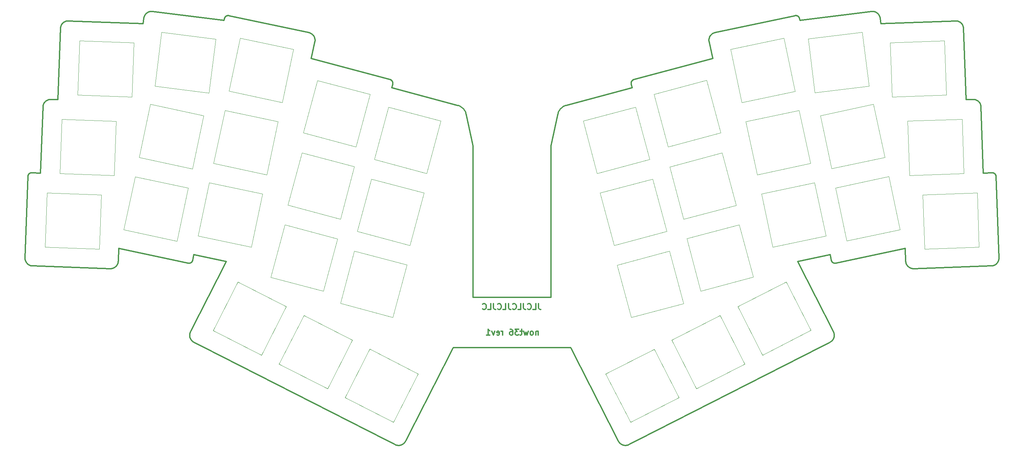
<source format=gbo>
%TF.GenerationSoftware,KiCad,Pcbnew,(6.0.6)*%
%TF.CreationDate,2022-07-30T19:54:07+09:00*%
%TF.ProjectId,nowt36_top_plate,6e6f7774-3336-45f7-946f-705f706c6174,rev?*%
%TF.SameCoordinates,Original*%
%TF.FileFunction,Legend,Bot*%
%TF.FilePolarity,Positive*%
%FSLAX46Y46*%
G04 Gerber Fmt 4.6, Leading zero omitted, Abs format (unit mm)*
G04 Created by KiCad (PCBNEW (6.0.6)) date 2022-07-30 19:54:07*
%MOMM*%
%LPD*%
G01*
G04 APERTURE LIST*
%TA.AperFunction,Profile*%
%ADD10C,0.349999*%
%TD*%
%ADD11C,0.300000*%
%TA.AperFunction,Profile*%
%ADD12C,0.120000*%
%TD*%
%ADD13C,0.350000*%
%ADD14C,2.200000*%
%ADD15C,4.300000*%
G04 APERTURE END LIST*
D10*
X231725116Y-33993476D02*
X231698161Y-33952779D01*
X34443311Y-98047982D02*
X34443311Y-98047982D01*
X231381600Y-33661253D02*
X231339574Y-33638053D01*
X282189087Y-74364459D02*
X282156413Y-74329296D01*
X56504308Y-96817078D02*
X56619009Y-93530003D01*
X74573737Y-97341395D02*
X74622764Y-97345614D01*
X32676057Y-96840127D02*
X32716838Y-96928823D01*
X43116816Y-34965076D02*
X43023111Y-34992477D01*
X281740706Y-97967544D02*
X281834611Y-97937295D01*
X278466334Y-56488066D02*
X278432453Y-56396511D01*
X33982693Y-74062248D02*
X33935715Y-74076345D01*
X282869975Y-97108798D02*
X282919131Y-97025888D01*
X277365101Y-55299160D02*
X277274570Y-55262777D01*
X106766270Y-38698897D02*
X106706475Y-38620279D01*
X63831356Y-32887059D02*
X63757163Y-32947929D01*
X106822347Y-38780734D02*
X106766270Y-38698897D01*
X281656130Y-74050443D02*
X281607395Y-74040969D01*
X33935715Y-74076345D02*
X33889713Y-74092659D01*
X231946127Y-34741396D02*
X231946127Y-34741396D01*
X106433034Y-38339988D02*
X106356841Y-38278964D01*
X62911741Y-35569906D02*
X43701223Y-34899060D01*
X33637830Y-74233739D02*
X33600478Y-74263886D01*
X43405264Y-34910611D02*
X43308058Y-34924081D01*
X42930907Y-35024397D02*
X42840368Y-35060775D01*
X273875105Y-36068436D02*
X273832491Y-35980669D01*
X278009069Y-55742852D02*
X277938207Y-55673415D01*
X63988054Y-32776246D02*
X63908366Y-32829795D01*
X281456763Y-74027190D02*
X281405294Y-74027680D01*
X188519844Y-51139539D02*
X188529052Y-51188061D01*
X126708547Y-50128505D02*
X126666448Y-50103697D01*
X56619009Y-93530003D02*
X74476041Y-97325631D01*
X239720296Y-95124176D02*
X240024496Y-96555397D01*
X185972710Y-143999883D02*
X186056876Y-144049890D01*
X84966117Y-33537519D02*
X84915641Y-33530739D01*
X33256028Y-74890189D02*
X33250399Y-74940802D01*
X170719309Y-57206315D02*
X170565305Y-57337723D01*
X260301739Y-98543597D02*
X260390446Y-98584370D01*
X75508086Y-96913882D02*
X75534728Y-96873017D01*
X55020000Y-98680000D02*
X55113695Y-98652592D01*
X240668953Y-115207669D02*
X240629723Y-115113666D01*
X129448191Y-144140040D02*
X129535397Y-144099693D01*
X188576253Y-50610808D02*
X188559390Y-50656882D01*
X274695547Y-55200585D02*
X274053976Y-36828042D01*
X240597126Y-116813485D02*
X240637489Y-116726282D01*
X105560796Y-37913728D02*
X85016721Y-33546943D01*
X74476041Y-97325631D02*
X74476041Y-97325631D01*
X41900691Y-35894960D02*
X41853815Y-35980598D01*
X188774969Y-52110541D02*
X188774969Y-52110541D01*
X208549603Y-39685414D02*
X208542973Y-39783850D01*
X74929389Y-116355782D02*
X74952859Y-116451727D01*
X55471812Y-98498393D02*
X55556345Y-98449012D01*
X277625036Y-55434430D02*
X277540500Y-55385049D01*
X33264127Y-74840400D02*
X33256028Y-74890189D01*
X278198471Y-55969138D02*
X278139274Y-55890875D01*
X64609077Y-32514634D02*
X64514567Y-32539110D01*
X210125768Y-37913732D02*
X210125768Y-37913732D01*
X32922664Y-97261958D02*
X32984486Y-97338998D01*
X64421755Y-32568067D02*
X64330780Y-32601396D01*
X147843305Y-67115948D02*
X147843305Y-67115948D01*
X106576314Y-38473096D02*
X106506241Y-38404732D01*
X37822416Y-55607543D02*
X37748197Y-55673382D01*
X209103006Y-38480330D02*
X209037901Y-38551176D01*
X32716838Y-96928823D02*
X32761951Y-97015521D01*
X231813019Y-34170613D02*
X231794179Y-34124273D01*
X259214603Y-97111531D02*
X259234834Y-97207557D01*
X282086254Y-74263867D02*
X282048899Y-74233723D01*
X75020234Y-115201363D02*
X74986706Y-115293890D01*
X85016721Y-33546943D02*
X84966117Y-33537519D01*
X185253851Y-143213601D02*
X185253851Y-143213601D01*
X240394349Y-117141396D02*
X240451133Y-117062891D01*
X142720945Y-119096680D02*
X142720945Y-119096680D01*
X84305051Y-33661269D02*
X84264198Y-33686436D01*
X34344278Y-98042069D02*
X34443311Y-98047982D01*
X147843305Y-106115944D02*
X147843305Y-106115944D01*
X170047664Y-57957488D02*
X169945318Y-58133381D01*
X186899990Y-144301336D02*
X186997631Y-144305597D01*
X126749340Y-50155308D02*
X126708547Y-50128505D01*
X209499166Y-44585329D02*
X209499166Y-44585329D01*
X260761932Y-98702889D02*
X260858137Y-98721064D01*
X240458013Y-97186203D02*
X240500272Y-97212181D01*
X241063880Y-97345664D02*
X241112908Y-97341443D01*
X106874301Y-38865247D02*
X106822347Y-38780734D01*
X42418483Y-35307352D02*
X42341431Y-35369170D01*
X106196076Y-38168478D02*
X106111798Y-38119217D01*
X278556355Y-56869174D02*
X278540822Y-56771987D01*
X252593904Y-34117494D02*
X252573860Y-34017623D01*
X230669912Y-33546938D02*
X230669912Y-33546938D01*
X281447393Y-98030465D02*
X281546976Y-98014259D01*
X273419149Y-35435104D02*
X273344940Y-35369264D01*
X105845134Y-37996567D02*
X105752124Y-37964397D01*
X259188309Y-96916141D02*
X259199070Y-97014338D01*
X241014848Y-97347465D02*
X241063880Y-97345664D01*
X129703879Y-144006491D02*
X129784817Y-143953746D01*
X145741252Y-58133401D02*
X145638908Y-57957507D01*
X240304188Y-97063181D02*
X240340130Y-97096580D01*
X106356841Y-38278964D02*
X106277806Y-38221761D01*
X277863993Y-55607574D02*
X277786948Y-55545754D01*
X126826720Y-50214684D02*
X126788754Y-50184053D01*
X240270005Y-97028143D02*
X240304188Y-97063181D01*
X261251302Y-98746087D02*
X281243398Y-98047928D01*
X74961140Y-97308301D02*
X75007745Y-97293614D01*
X208566450Y-40184637D02*
X208585302Y-40285848D01*
X188540701Y-51236277D02*
X188540701Y-51236277D01*
X128604809Y-144305663D02*
X128701693Y-144305475D01*
X126931227Y-50317363D02*
X126898027Y-50281394D01*
X56007408Y-98068055D02*
X56070564Y-97992573D01*
X43308058Y-34924081D02*
X43211853Y-34942256D01*
X64241783Y-32638988D02*
X64154902Y-32680734D01*
X105657296Y-37936750D02*
X105560796Y-37913728D01*
X147843305Y-106115944D02*
X147843305Y-67115948D01*
X209649953Y-38079244D02*
X209562723Y-38125339D01*
X127141779Y-50703593D02*
X127127230Y-50656857D01*
X169776558Y-58506696D02*
X169711133Y-58703086D01*
X273557057Y-35577078D02*
X273490010Y-35504539D01*
X208542973Y-39783850D02*
X208541246Y-39883140D01*
X239720296Y-95124176D02*
X239720296Y-95124176D01*
X42664954Y-35146655D02*
X42580410Y-35196033D01*
X283169122Y-96184089D02*
X283173297Y-96082316D01*
X273021467Y-35146743D02*
X272934771Y-35101633D01*
X188694254Y-50394287D02*
X188666456Y-50435108D01*
X107111527Y-39505547D02*
X107091413Y-39410079D01*
X33339398Y-74605947D02*
X33319924Y-74650703D01*
X282436390Y-74940764D02*
X282430757Y-74890150D01*
X56129758Y-97914312D02*
X56184918Y-97833431D01*
X281885824Y-74131696D02*
X281841966Y-74111130D01*
X240678879Y-97293671D02*
X240725487Y-97308357D01*
X75888060Y-117663564D02*
X75975309Y-117710778D01*
X37610280Y-55815357D02*
X37547117Y-55890838D01*
X144267714Y-56790298D02*
X144074401Y-56716275D01*
X127179872Y-50992995D02*
X127179439Y-50944132D01*
X189020171Y-50103722D02*
X188978071Y-50128530D01*
X209832636Y-37999600D02*
X209739956Y-38037282D01*
X277707241Y-55488019D02*
X277625036Y-55434430D01*
X281969962Y-74178879D02*
X281928511Y-74154299D01*
X208597940Y-39396712D02*
X208577183Y-39491696D01*
X240732900Y-116454836D02*
X240755963Y-116361639D01*
X84434342Y-33597765D02*
X84390198Y-33616885D01*
X55556345Y-98449012D02*
X55638547Y-98395424D01*
X37381692Y-56133323D02*
X37334818Y-56218960D01*
X250685329Y-32463729D02*
X250584432Y-32463303D01*
X41638224Y-36728999D02*
X41632307Y-36828038D01*
X189108014Y-50060309D02*
X189063509Y-50080964D01*
X33274631Y-74791496D02*
X33264127Y-74840400D01*
X38411871Y-55262770D02*
X38321335Y-55299149D01*
X128507695Y-144301115D02*
X128604809Y-144305663D01*
X63239321Y-33639988D02*
X63201005Y-33730903D01*
X188666456Y-50435108D02*
X188640600Y-50477438D01*
X240917126Y-97343872D02*
X240965901Y-97346863D01*
X55795293Y-98275870D02*
X55869505Y-98210030D01*
X130432806Y-143214081D02*
X142720945Y-119096680D01*
X231829643Y-34218243D02*
X231813019Y-34170613D01*
X277938207Y-55673415D02*
X277938207Y-55673415D01*
X282816987Y-97189107D02*
X282869975Y-97108798D01*
X282122114Y-74295745D02*
X282086254Y-74263867D01*
X75496284Y-117369682D02*
X75568326Y-117435717D01*
X54534847Y-98747087D02*
X54633548Y-98743204D01*
X63328466Y-33465804D02*
X63281854Y-33551585D01*
X187763215Y-144169087D02*
X187854317Y-144130907D01*
X250584432Y-32463303D02*
X250482679Y-32468015D01*
X83857010Y-34218245D02*
X83842674Y-34267115D01*
X169945318Y-58133381D02*
X169854784Y-58316622D01*
X279168050Y-74105774D02*
X278573034Y-57066399D01*
X32580330Y-96563709D02*
X32607741Y-96657404D01*
X130432806Y-143214081D02*
X130432806Y-143214081D01*
X260048273Y-98395527D02*
X260130487Y-98449113D01*
X37253911Y-56396476D02*
X37220026Y-56488032D01*
X252774862Y-35569906D02*
X252774862Y-35569906D01*
X126911642Y-52110541D02*
X127145910Y-51236250D01*
X74914215Y-115578310D02*
X74899463Y-115674807D01*
X282276708Y-74479020D02*
X282249300Y-74439382D01*
X189247823Y-50011504D02*
X189200241Y-50025525D01*
X129083545Y-144258454D02*
X129176742Y-144235407D01*
X63077596Y-34219328D02*
X63077596Y-34219328D01*
X75416598Y-97028099D02*
X75448971Y-96991496D01*
X143874708Y-56655278D02*
X143874708Y-56655278D01*
X231698161Y-33952779D02*
X231669364Y-33913615D01*
X283103198Y-96576868D02*
X283126820Y-96481081D01*
X240127245Y-96830910D02*
X240151876Y-96873052D01*
X186056876Y-144049890D02*
X186143593Y-144095818D01*
X75479483Y-96953399D02*
X75508086Y-96913882D01*
X74884160Y-115869274D02*
X74883637Y-115966891D01*
X63201005Y-33730903D02*
X63167047Y-33824220D01*
X208918429Y-38701535D02*
X208864257Y-38780752D01*
X84765730Y-33525786D02*
X84716513Y-33529102D01*
X282187671Y-97773397D02*
X282269689Y-97722346D01*
X107066653Y-39315652D02*
X107037279Y-39222441D01*
X282964335Y-96940506D02*
X283005464Y-96852784D01*
X186232725Y-144137552D02*
X186324139Y-144174977D01*
X33716762Y-74178889D02*
X33676613Y-74205387D01*
X33426940Y-97728616D02*
X33510280Y-97779665D01*
X75243139Y-117073292D02*
X75300941Y-117151957D01*
X63077596Y-34219328D02*
X62911741Y-35569906D01*
X157843305Y-119096680D02*
X172965673Y-119096680D01*
X74883637Y-115966891D02*
X74887884Y-116064526D01*
X240207120Y-96953439D02*
X240237633Y-96991538D01*
X145400758Y-57629829D02*
X145265938Y-57479077D01*
X208552888Y-40083682D02*
X208566450Y-40184637D01*
X240732104Y-115398364D02*
X240703062Y-115302625D01*
X64154902Y-32680734D02*
X64070280Y-32726523D01*
X188515176Y-50846923D02*
X188509990Y-50895429D01*
X187943807Y-144088082D02*
X187943807Y-144088082D01*
X56325449Y-97576691D02*
X56363732Y-97486950D01*
X75662107Y-96555382D02*
X75662107Y-96555382D01*
X240104675Y-96787568D02*
X240127245Y-96830910D01*
X42341431Y-35369170D02*
X42267210Y-35435010D01*
X273734571Y-35811698D02*
X273679411Y-35730819D01*
X75007745Y-97293614D02*
X75053655Y-97276637D01*
X209243474Y-38348056D02*
X209171563Y-38412574D01*
X83740491Y-34741396D02*
X83740491Y-34741396D01*
X32525830Y-96275287D02*
X32539312Y-96372485D01*
X37220026Y-56488032D02*
X37190618Y-56581239D01*
X281557878Y-74033895D02*
X281507646Y-74029281D01*
X240587836Y-97257443D02*
X240632967Y-97276694D01*
X84332952Y-96902565D02*
X75101255Y-115020791D01*
X32514234Y-95979348D02*
X32513229Y-96078552D01*
X167843313Y-67115948D02*
X167843313Y-106115944D01*
X127173548Y-51090773D02*
X127177912Y-51041905D01*
X74933682Y-115482541D02*
X74914215Y-115578310D01*
X259616196Y-97992676D02*
X259679361Y-98068160D01*
X188522721Y-50798727D02*
X188515176Y-50846923D01*
X37119228Y-56967342D02*
X37113309Y-57066378D01*
X42006918Y-35730734D02*
X41951750Y-35811618D01*
X240024496Y-96555397D02*
X240024496Y-96555397D01*
X37487915Y-55969101D02*
X37432749Y-56049983D01*
X74910746Y-116259149D02*
X74929389Y-116355782D01*
X240803244Y-115882889D02*
X240798709Y-115785770D01*
X240637489Y-116726282D02*
X240673608Y-116637327D01*
X189063509Y-50080964D02*
X189020171Y-50103722D01*
X127157558Y-51188034D02*
X127166767Y-51139512D01*
X240552576Y-116898767D02*
X240597126Y-116813485D01*
X276897448Y-55162433D02*
X276800249Y-55148956D01*
X75101255Y-115020791D02*
X75058422Y-115110271D01*
X129620683Y-144055159D02*
X129703879Y-144006491D01*
X75051563Y-116731783D02*
X75093281Y-116820918D01*
X241112908Y-97341443D02*
X241161846Y-97334786D01*
X277786948Y-55545754D02*
X277707241Y-55488019D01*
X127742773Y-144087632D02*
X127835645Y-144132047D01*
X64514567Y-32539110D02*
X64421755Y-32568067D01*
X126962697Y-50355004D02*
X126931227Y-50317363D01*
X128313452Y-144277590D02*
X128410520Y-144291776D01*
X33683686Y-97869143D02*
X33773429Y-97907424D01*
X42267210Y-35435010D02*
X42196341Y-35504446D01*
X208585302Y-40285848D02*
X209499166Y-44585329D01*
X282249300Y-74439382D02*
X282220071Y-74401175D01*
X251264865Y-32568057D02*
X251172052Y-32539100D01*
X41853815Y-35980598D02*
X41811196Y-36068372D01*
X239888834Y-117608739D02*
X239972240Y-117551964D01*
X33958188Y-97970704D02*
X34052882Y-97995555D01*
X64070280Y-32726523D02*
X63988054Y-32776246D01*
X83961541Y-33993484D02*
X83936503Y-34035663D01*
X129863327Y-143896978D02*
X129939241Y-143836241D01*
X32811335Y-97100053D02*
X32864927Y-97182254D01*
X41632307Y-36828038D02*
X40991056Y-55200585D01*
X33302595Y-74696587D02*
X33287475Y-74743538D01*
X75014153Y-116640367D02*
X75051563Y-116731783D01*
X32517115Y-96177254D02*
X32525830Y-96275287D01*
X282269689Y-97722346D02*
X282348967Y-97667524D01*
X231066985Y-33542881D02*
X231018844Y-33534808D01*
X42840368Y-35060775D02*
X42751662Y-35101549D01*
X281797003Y-74092661D02*
X281751000Y-74076349D01*
X127929639Y-144171287D02*
X128024586Y-144205407D01*
X126666448Y-50103697D02*
X126623111Y-50080938D01*
X259817281Y-98210137D02*
X259891505Y-98275977D01*
X240151876Y-96873052D02*
X240178518Y-96913919D01*
X127069755Y-50520973D02*
X127046026Y-50477414D01*
X84390198Y-33616885D02*
X84347076Y-33638069D01*
X54828776Y-98721012D02*
X54924972Y-98702828D01*
X32639671Y-96749599D02*
X32676057Y-96840127D01*
X74913927Y-97320680D02*
X74961140Y-97308301D01*
X272281243Y-34910644D02*
X272183212Y-34901932D01*
X186417699Y-144207978D02*
X186417699Y-144207978D01*
X75966322Y-95124176D02*
X75966322Y-95124176D01*
X41739021Y-36249677D02*
X41709613Y-36342887D01*
X274053976Y-36828042D02*
X274048056Y-36729012D01*
X231537241Y-33773243D02*
X231500350Y-33742464D01*
X74887884Y-116064526D02*
X74896916Y-116162005D01*
X33864984Y-97941302D02*
X33958188Y-97970704D01*
X271985311Y-34899058D02*
X271985311Y-34899058D01*
X240820440Y-97330793D02*
X240868610Y-97338510D01*
X33889713Y-74092659D02*
X33844752Y-74111131D01*
X145975427Y-58703107D02*
X145910005Y-58506717D01*
X272663354Y-34992544D02*
X272569661Y-34965136D01*
X231750154Y-34035656D02*
X231725116Y-33993476D01*
X276800249Y-55148956D02*
X276702215Y-55140246D01*
X41664522Y-36533611D02*
X41648987Y-36630802D01*
X128410520Y-144291776D02*
X128507695Y-144301115D01*
X37334818Y-56218960D02*
X37292200Y-56306731D01*
X84047857Y-33876042D02*
X84017293Y-33913625D01*
X273679411Y-35730819D02*
X273620215Y-35652558D01*
X208652905Y-39211242D02*
X208623213Y-39303178D01*
X282399297Y-74743501D02*
X282384174Y-74696550D01*
X187192678Y-144299818D02*
X187289731Y-144289807D01*
X63552889Y-33151083D02*
X63491367Y-33225284D01*
X240128083Y-117427751D02*
X240200410Y-117360649D01*
X185528846Y-143620652D02*
X185594871Y-143692709D01*
X189153614Y-50041811D02*
X189108014Y-50060309D01*
X128989272Y-144277040D02*
X129083545Y-144258454D01*
X240756135Y-115494717D02*
X240732104Y-115398364D01*
X126438802Y-50011477D02*
X126438802Y-50011477D01*
X240585317Y-115020783D02*
X240585317Y-115020783D01*
X63908366Y-32829795D02*
X63831356Y-32887059D01*
X84716513Y-33529102D02*
X84667797Y-33534821D01*
X106706475Y-38620279D02*
X106643107Y-38544978D01*
X240632967Y-97276694D02*
X240678879Y-97293671D01*
X170565305Y-57337723D02*
X170420644Y-57479061D01*
X186997631Y-144305597D02*
X187095252Y-144305086D01*
X167843313Y-106115944D02*
X167843313Y-106115944D01*
X272846076Y-35060855D02*
X272755548Y-35024471D01*
X32514234Y-95979348D02*
X32514234Y-95979348D01*
X37292200Y-56306731D02*
X37253911Y-56396476D01*
X259361272Y-97576773D02*
X259403892Y-97664547D01*
X185594871Y-143692709D02*
X185664257Y-143761379D01*
X107144883Y-39894345D02*
X107143674Y-39796456D01*
X240543576Y-97235933D02*
X240587836Y-97257443D01*
X65001286Y-32463734D02*
X64901388Y-32469190D01*
X83913456Y-34079277D02*
X83892475Y-34124277D01*
X171053373Y-56975351D02*
X170882163Y-57085352D01*
X240237633Y-96991538D02*
X240270005Y-97028143D01*
X282325805Y-74562345D02*
X282302232Y-74520028D01*
X240377782Y-97128265D02*
X240417093Y-97158164D01*
X147843305Y-67115948D02*
X146027555Y-58905297D01*
X261251302Y-98746087D02*
X261251302Y-98746087D01*
X260858137Y-98721064D02*
X260955343Y-98734534D01*
X107137690Y-39698910D02*
X107126964Y-39601882D01*
X56504308Y-96817078D02*
X56504308Y-96817078D01*
X43602012Y-34898039D02*
X43503304Y-34901910D01*
X188755391Y-50317388D02*
X188723922Y-50355029D01*
X259199070Y-97014338D02*
X259214603Y-97111531D01*
X282439489Y-74992142D02*
X282436390Y-74940764D01*
X187576886Y-144231452D02*
X187670679Y-144202607D01*
X63112766Y-34017625D02*
X63092722Y-34117494D01*
X278567117Y-56967365D02*
X278556355Y-56869174D01*
X240200410Y-117360649D02*
X240268932Y-117290444D01*
X38061386Y-55434407D02*
X37979177Y-55487993D01*
X273832491Y-35980669D02*
X273785622Y-35895036D01*
X54435644Y-98746079D02*
X54435644Y-98746079D01*
X107037279Y-39222441D02*
X107003325Y-39130621D01*
X42580410Y-35196033D02*
X42498198Y-35249619D01*
X239972240Y-117551964D02*
X240052009Y-117491579D01*
X37190618Y-56581239D02*
X37165761Y-56675935D01*
X130383746Y-143304587D02*
X130432806Y-143214081D01*
X252195258Y-33225274D02*
X252133736Y-33151073D01*
X107143674Y-39796456D02*
X107137690Y-39698910D01*
X39082951Y-55136397D02*
X38984246Y-55140271D01*
X171418885Y-56790297D02*
X171232445Y-56876827D01*
X252068835Y-33080040D02*
X252000697Y-33012285D01*
X252133736Y-33151073D02*
X252068835Y-33080040D01*
X259817281Y-98210137D02*
X259817281Y-98210137D01*
X65203933Y-32468017D02*
X65102181Y-32463306D01*
X276504308Y-55137377D02*
X276504308Y-55137377D01*
X105752124Y-37964397D02*
X105657296Y-37936750D01*
X126533009Y-50041785D02*
X126486383Y-50025498D01*
X83830701Y-34317178D02*
X83740491Y-34741396D01*
X84264198Y-33686436D02*
X84224591Y-33713522D01*
X208623213Y-39303178D02*
X208597940Y-39396712D01*
X83892475Y-34124277D02*
X83873635Y-34170616D01*
X171811895Y-56655283D02*
X171612200Y-56716277D01*
X188774969Y-52110541D02*
X171811895Y-56655283D01*
X34443311Y-98047982D02*
X54435644Y-98746079D01*
X240798709Y-115785770D02*
X240789383Y-115688589D01*
X240775210Y-115591515D02*
X240756135Y-115494717D01*
X33192310Y-97551109D02*
X33267793Y-97614264D01*
X240451133Y-117062891D02*
X240503893Y-116981959D01*
X74720738Y-97346810D02*
X74769511Y-97343819D01*
X56184918Y-97833431D02*
X56235968Y-97750093D01*
X33119768Y-97484066D02*
X33192310Y-97551109D01*
X186705361Y-144278445D02*
X186802508Y-144292290D01*
X231353658Y-96902565D02*
X239720296Y-95124176D01*
X260215031Y-98498491D02*
X260301739Y-98543597D01*
X75803622Y-117612317D02*
X75888060Y-117663564D01*
X65102181Y-32463306D02*
X65001286Y-32463734D01*
X252573860Y-34017623D02*
X252549038Y-33919828D01*
X208544519Y-39983134D02*
X208552888Y-40083682D01*
X259182394Y-96817101D02*
X259188309Y-96916141D01*
X283126820Y-96481081D02*
X283145762Y-96383602D01*
X231018844Y-33534808D02*
X230970126Y-33529090D01*
X33510280Y-97779665D02*
X33595916Y-97826532D01*
X188859896Y-50214709D02*
X188823449Y-50247174D01*
X240705431Y-116546789D02*
X240732900Y-116454836D01*
X252549038Y-33919828D02*
X252519578Y-33824216D01*
X34281416Y-74027649D02*
X34229947Y-74027163D01*
X84865368Y-33526556D02*
X84815373Y-33524921D01*
X145525246Y-57789478D02*
X145400758Y-57629829D01*
X33050329Y-97413208D02*
X33119768Y-97484066D01*
X127163895Y-50798701D02*
X127154005Y-50750904D01*
X41648987Y-36630802D02*
X41638224Y-36728999D01*
X75189184Y-116991807D02*
X75243139Y-117073292D01*
X56397611Y-97395397D02*
X56427015Y-97302194D01*
X33410042Y-74479050D02*
X33384522Y-74520060D01*
X75559359Y-96830878D02*
X75581930Y-96787538D01*
X283159903Y-96284561D02*
X283169122Y-96184089D01*
X231794179Y-34124273D02*
X231773200Y-34079271D01*
X34246088Y-98031311D02*
X34344278Y-98042069D01*
X209037901Y-38551176D02*
X208976343Y-38624960D01*
X259679361Y-98068160D02*
X259746414Y-98140700D01*
X282700001Y-97341402D02*
X282760288Y-97266685D01*
X188513064Y-51090800D02*
X188519844Y-51139539D01*
X74986706Y-115293890D02*
X74957850Y-115387675D01*
X281644787Y-97993241D02*
X281740706Y-97967544D01*
X83830701Y-34317178D02*
X83830701Y-34317178D01*
X75966322Y-95124176D02*
X84332952Y-96902565D01*
X185891231Y-143945914D02*
X185972710Y-143999883D01*
X126623111Y-50080938D02*
X126578608Y-50060283D01*
X230770994Y-33530731D02*
X230720517Y-33537512D01*
X251355841Y-32601386D02*
X251264865Y-32568057D01*
X55296418Y-98584281D02*
X55385114Y-98543503D01*
X252253263Y-33302535D02*
X252195258Y-33225274D01*
X128798177Y-144300605D02*
X128894093Y-144291108D01*
X43211853Y-34942256D02*
X43116816Y-34965076D01*
X281243398Y-98047928D02*
X281243398Y-98047928D01*
X281405294Y-74027680D02*
X279168050Y-74105774D01*
X75643640Y-117498258D02*
X75722110Y-117557170D01*
X278351555Y-56218996D02*
X278304685Y-56133360D01*
X231422454Y-33686421D02*
X231381600Y-33661253D01*
X170285822Y-57629812D02*
X170161330Y-57789459D01*
X281834611Y-97937295D02*
X281926382Y-97902627D01*
X39182157Y-55137415D02*
X39182157Y-55137415D01*
X251172052Y-32539100D02*
X251077542Y-32514625D01*
X188532612Y-50750930D02*
X188522721Y-50798727D01*
X251698569Y-32776235D02*
X251616343Y-32726511D01*
X278394168Y-56306767D02*
X278351555Y-56218996D01*
X106822347Y-38780734D02*
X106822347Y-38780734D01*
X63281854Y-33551585D02*
X63239321Y-33639988D01*
X37129992Y-56869148D02*
X37119228Y-56967342D01*
X84815373Y-33524921D02*
X84765730Y-33525786D01*
X167843313Y-67115948D02*
X167843313Y-67115948D01*
X188506740Y-50993021D02*
X188508700Y-51041931D01*
X277088676Y-55203443D02*
X276993646Y-55180616D01*
X75568326Y-117435717D02*
X75643640Y-117498258D01*
X170420644Y-57479061D02*
X170285822Y-57629812D01*
X84525402Y-33565911D02*
X84479435Y-33580758D01*
X277540500Y-55385049D02*
X277453800Y-55339938D01*
X208686918Y-39121053D02*
X208652905Y-39211242D01*
X34281416Y-74027649D02*
X34281416Y-74027649D01*
X240500272Y-97212181D02*
X240543576Y-97235933D01*
X33530324Y-74329319D02*
X33497653Y-74364485D01*
X281751000Y-74076349D02*
X281704020Y-74062257D01*
X33676613Y-74205387D02*
X33637830Y-74233739D01*
X260390446Y-98584370D02*
X260480985Y-98620748D01*
X33360952Y-74562379D02*
X33339398Y-74605947D01*
X251855268Y-32887047D02*
X251778257Y-32829783D01*
X209396971Y-38229327D02*
X209318642Y-38286924D01*
X251616343Y-32726511D02*
X251531720Y-32680722D01*
X129176742Y-144235407D02*
X129268695Y-144207952D01*
X146027555Y-58905297D02*
X146027555Y-58905297D01*
X126788754Y-50184053D02*
X126749340Y-50155308D01*
X276702215Y-55140246D02*
X276603513Y-55136366D01*
X260130487Y-98449113D02*
X260215031Y-98498491D01*
X281704020Y-74062257D02*
X281656130Y-74050443D01*
X279168050Y-74105774D02*
X279168050Y-74105774D01*
X188595417Y-50565484D02*
X188576253Y-50610808D01*
X127110368Y-50610783D02*
X127091206Y-50565459D01*
X230669912Y-33546938D02*
X210125768Y-37913732D01*
X231353658Y-96902565D02*
X231353658Y-96902565D01*
X208577183Y-39491696D02*
X208561038Y-39587979D01*
X209562723Y-38125339D02*
X209478363Y-38175416D01*
X106506241Y-38404732D02*
X106433034Y-38339988D01*
X273785622Y-35895036D02*
X273734571Y-35811698D01*
X282156413Y-74329296D02*
X282122114Y-74295745D01*
X272474634Y-34942308D02*
X272378439Y-34924124D01*
X230871264Y-33524911D02*
X230821268Y-33526547D01*
X74818025Y-97338456D02*
X74866192Y-97330738D01*
X56498391Y-96916110D02*
X56504308Y-96817078D01*
X33497653Y-74364485D02*
X33466672Y-74401202D01*
X278432453Y-56396511D02*
X278394168Y-56306767D01*
X144967280Y-57206327D02*
X144804429Y-57085361D01*
X240798157Y-116076265D02*
X240803041Y-115979777D01*
X240585317Y-115020783D02*
X231353658Y-96902565D01*
X187482012Y-144255610D02*
X187576886Y-144231452D01*
X186143593Y-144095818D02*
X186232725Y-144137552D01*
X74957850Y-115387675D02*
X74933682Y-115482541D01*
X240868610Y-97338510D02*
X240917126Y-97343872D01*
X55385114Y-98543503D02*
X55471812Y-98498393D01*
X33564621Y-74295766D02*
X33530324Y-74329319D01*
X187386235Y-144275067D02*
X187482012Y-144255610D01*
X240417093Y-97158164D02*
X240458013Y-97186203D01*
X281507646Y-74029281D02*
X281456763Y-74027190D01*
X39182157Y-55137415D02*
X39082951Y-55136397D01*
X74769511Y-97343819D02*
X74818025Y-97338456D01*
X261152092Y-98747107D02*
X261251302Y-98746087D01*
X157843305Y-106115944D02*
X147843305Y-106115944D01*
X37145528Y-56771959D02*
X37129992Y-56869148D01*
X271985311Y-34899058D02*
X252774862Y-35569906D01*
X250380209Y-32477975D02*
X231946127Y-34741396D01*
X252609029Y-34219329D02*
X252593904Y-34117494D01*
X208585302Y-40285848D02*
X208585302Y-40285848D01*
X282366841Y-74650667D02*
X282347363Y-74605912D01*
X143874708Y-56655278D02*
X126911642Y-52110541D01*
X186324139Y-144174977D02*
X186417699Y-144207978D01*
X167843313Y-106115944D02*
X157843305Y-106115944D01*
X240178518Y-96913919D02*
X240207120Y-96953439D01*
X186417699Y-144207978D02*
X186512780Y-144236303D01*
X83873635Y-34170616D02*
X83857010Y-34218245D01*
X83740491Y-34741396D02*
X65306402Y-32477975D01*
X282103032Y-97820548D02*
X282187671Y-97773397D01*
X84667797Y-33534821D02*
X84619657Y-33542895D01*
X32513229Y-96078552D02*
X32517115Y-96177254D01*
X282569143Y-97481734D02*
X282636245Y-97413128D01*
X38232632Y-55339923D02*
X38145927Y-55385030D01*
X106187437Y-44585329D02*
X107101324Y-40285851D01*
X75300941Y-117151957D02*
X75362476Y-117227666D01*
X84572167Y-33553274D02*
X84525402Y-33565911D01*
X42751662Y-35101549D02*
X42664954Y-35146655D01*
X38886210Y-55148975D02*
X38789008Y-55162447D01*
X64802627Y-32479564D02*
X64705143Y-32494749D01*
X259968557Y-98337794D02*
X260048273Y-98395527D01*
X84915641Y-33530739D02*
X84865368Y-33526556D01*
X259501826Y-97833528D02*
X259556993Y-97914412D01*
X126898027Y-50281394D02*
X126863168Y-50247149D01*
X240703062Y-115302625D02*
X240668953Y-115207669D01*
X75101255Y-115020791D02*
X75101255Y-115020791D01*
X278540822Y-56771987D02*
X278520592Y-56675966D01*
X127176624Y-50895403D02*
X127171439Y-50846897D01*
X272934771Y-35101633D02*
X272846076Y-35060855D01*
X252485621Y-33730898D02*
X252447305Y-33639982D01*
X187289731Y-144289807D02*
X187386235Y-144275067D01*
X240965901Y-97346863D02*
X241014848Y-97347465D01*
X260480985Y-98620748D02*
X260573190Y-98652668D01*
X107141285Y-39992404D02*
X107144883Y-39894345D01*
X63433362Y-33302544D02*
X63379015Y-33382754D01*
X281841966Y-74111130D02*
X281797003Y-74092661D01*
X187943807Y-144088082D02*
X239711324Y-117710778D01*
X241161846Y-97334786D02*
X241210607Y-97325676D01*
X84332952Y-96902565D02*
X84332952Y-96902565D01*
X127020167Y-50435083D02*
X126992367Y-50394262D01*
X75602389Y-96743071D02*
X75620686Y-96697548D01*
X56235968Y-97750093D02*
X56282836Y-97664460D01*
X282919131Y-97025888D02*
X282964335Y-96940506D01*
X259067602Y-93530003D02*
X259182394Y-96817101D01*
X106025118Y-38074078D02*
X105936181Y-38033161D01*
X84017293Y-33913625D02*
X83988495Y-33952789D01*
X40991056Y-55200585D02*
X39182157Y-55137415D01*
X170161330Y-57789459D02*
X170047664Y-57957488D01*
X274037292Y-36630824D02*
X274021758Y-36533641D01*
X208541246Y-39883140D02*
X208544519Y-39983134D01*
X231500350Y-33742464D02*
X231462062Y-33713507D01*
X127177912Y-51041905D02*
X127179872Y-50992995D01*
X231843977Y-34267114D02*
X231829643Y-34218243D01*
X33844752Y-74111131D02*
X33800896Y-74131701D01*
X107132847Y-40090458D02*
X107141285Y-39992404D01*
X231161243Y-33565896D02*
X231114476Y-33553260D01*
X208725157Y-39032761D02*
X208686918Y-39121053D01*
X171811895Y-56655283D02*
X171811895Y-56655283D01*
X274001527Y-36437623D02*
X273976673Y-36342932D01*
X260666895Y-98680069D02*
X260761932Y-98702889D01*
X187854317Y-144130907D02*
X187943807Y-144088082D01*
X38145927Y-55385030D02*
X38061386Y-55434407D01*
X42066121Y-35652470D02*
X42006918Y-35730734D01*
X75382416Y-97063135D02*
X75416598Y-97028099D01*
X75186341Y-97212126D02*
X75228597Y-97186150D01*
X188544839Y-50703618D02*
X188532612Y-50750930D01*
X209318642Y-38286924D02*
X209243474Y-38348056D01*
X169711133Y-58703086D02*
X169659002Y-58905276D01*
X127046026Y-50477414D02*
X127020167Y-50435083D01*
X74622764Y-97345614D02*
X74671793Y-97347414D01*
X208767524Y-38946514D02*
X208725157Y-39032761D01*
X272569661Y-34965136D02*
X272474634Y-34942308D01*
X157843305Y-119096680D02*
X157843305Y-119096680D01*
X282430757Y-74890150D02*
X282422654Y-74840361D01*
X106277806Y-38221761D02*
X106196076Y-38168478D01*
X55869505Y-98210030D02*
X55940363Y-98140594D01*
X126992367Y-50394262D02*
X126962697Y-50355004D01*
X186802508Y-144292290D02*
X186899990Y-144301336D01*
X273490010Y-35504539D02*
X273419149Y-35435104D01*
X231946127Y-34741396D02*
X231855947Y-34317179D01*
X277182373Y-55230850D02*
X277088676Y-55203443D01*
X259746414Y-98140700D02*
X259817281Y-98210137D01*
X274048056Y-36729012D02*
X274037292Y-36630824D01*
X127145910Y-51236250D02*
X127145910Y-51236250D01*
X129268695Y-144207952D02*
X129359234Y-144176145D01*
X43023111Y-34992477D02*
X42930907Y-35024397D01*
X34079317Y-74040953D02*
X34030582Y-74050431D01*
X281405294Y-74027680D02*
X281405294Y-74027680D01*
X42267210Y-35435010D02*
X42267210Y-35435010D01*
X272183212Y-34901932D02*
X272084513Y-34898049D01*
X273105998Y-35196124D02*
X273021467Y-35146743D01*
X56487630Y-97014298D02*
X56498391Y-96916110D01*
X63092722Y-34117494D02*
X63077596Y-34219328D01*
X55113695Y-98652592D02*
X55205889Y-98620665D01*
X185736869Y-143826546D02*
X185812572Y-143888096D01*
X32539312Y-96372485D02*
X32557500Y-96468681D01*
X62911741Y-35569906D02*
X62911741Y-35569906D01*
X272755548Y-35024471D02*
X272663354Y-34992544D01*
X37432749Y-56049983D02*
X37381692Y-56133323D01*
X210125768Y-37913732D02*
X210025639Y-37937676D01*
X75139194Y-116907637D02*
X75189184Y-116991807D01*
X208976343Y-38624960D02*
X208918429Y-38701535D01*
X188823449Y-50247174D02*
X188788590Y-50281419D01*
X172965673Y-119096680D02*
X172965673Y-119096680D01*
X283042399Y-96762850D02*
X283075017Y-96670835D01*
X252519578Y-33824216D02*
X252485621Y-33730898D01*
X231114476Y-33553260D02*
X231066985Y-33542881D01*
X63379015Y-33382754D02*
X63328466Y-33465804D01*
X241210607Y-97325676D02*
X241210607Y-97325676D01*
X278495738Y-56581272D02*
X278466334Y-56488066D01*
X273947269Y-36249729D02*
X273913388Y-36158177D01*
X278304685Y-56133360D02*
X278253632Y-56050020D01*
X169659002Y-58905276D02*
X169659002Y-58905276D01*
X106921804Y-38951849D02*
X106874301Y-38865247D01*
X259891505Y-98275977D02*
X259968557Y-98337794D01*
X273267901Y-35307446D02*
X273188198Y-35249712D01*
X36518552Y-74105774D02*
X36518552Y-74105774D01*
X188540701Y-51236277D02*
X188774969Y-52110541D01*
X75975309Y-117710778D02*
X127742773Y-144087632D01*
X188616870Y-50520998D02*
X188595417Y-50565484D01*
X83988495Y-33952789D02*
X83961541Y-33993484D01*
X274053976Y-36828042D02*
X274053976Y-36828042D01*
X75269515Y-97158112D02*
X75308824Y-97128215D01*
X65306402Y-32477975D02*
X65306402Y-32477975D01*
X106111798Y-38119217D02*
X106025118Y-38074078D01*
X240458013Y-97186203D02*
X240458013Y-97186203D01*
X240065919Y-96697572D02*
X240084216Y-96743097D01*
X252000697Y-33012285D02*
X251929461Y-32947918D01*
X75448971Y-96991496D02*
X75479483Y-96953399D01*
X33773429Y-97907424D02*
X33864984Y-97941302D01*
X240333597Y-117217303D02*
X240394349Y-117141396D01*
X240755963Y-116361639D02*
X240774563Y-116267365D01*
X240503893Y-116981959D02*
X240552576Y-116898767D01*
X169854784Y-58316622D02*
X169776558Y-58506696D01*
X55205889Y-98620665D02*
X55296418Y-98584281D01*
X239801843Y-117661733D02*
X239888834Y-117608739D01*
X75534728Y-96873017D02*
X75559359Y-96830878D01*
X185301049Y-143300863D02*
X185352282Y-143385314D01*
X75346475Y-97096532D02*
X75382416Y-97063135D01*
X240629723Y-115113666D02*
X240585317Y-115020783D01*
X41709613Y-36342887D02*
X41684755Y-36437585D01*
X252447305Y-33639982D02*
X252404771Y-33551578D01*
X209927896Y-37966349D02*
X209832636Y-37999600D01*
X259556993Y-97914412D02*
X259616196Y-97992676D01*
X283075017Y-96670835D02*
X283103198Y-96576868D01*
X37165761Y-56675935D02*
X37145528Y-56771959D01*
X75362476Y-117227666D02*
X75427629Y-117300286D01*
X84186305Y-33742478D02*
X84149414Y-33773257D01*
X250785228Y-32469184D02*
X250685329Y-32463729D01*
X33758211Y-74154307D02*
X33716762Y-74178889D01*
X75308824Y-97128215D02*
X75346475Y-97096532D01*
X231606541Y-33840075D02*
X231572663Y-33805796D01*
X188529052Y-51188061D02*
X188540701Y-51236277D01*
X107003325Y-39130621D02*
X106964823Y-39040365D01*
X282439489Y-74992142D02*
X282439489Y-74992142D01*
X185664257Y-143761379D02*
X185736869Y-143826546D01*
X282302232Y-74520028D02*
X282276708Y-74479020D01*
X54435644Y-98746079D02*
X54534847Y-98747087D01*
X169659002Y-58905276D02*
X167843313Y-67115948D01*
X283173297Y-96082316D02*
X283172308Y-95979371D01*
X146027555Y-58905297D02*
X145975427Y-58703107D01*
X75620686Y-96697548D02*
X75636772Y-96651043D01*
X250380209Y-32477975D02*
X250380209Y-32477975D01*
X74866192Y-97330738D02*
X74913927Y-97320680D01*
X189200241Y-50025525D02*
X189153614Y-50041811D01*
X83842674Y-34267115D02*
X83830701Y-34317178D01*
X208813924Y-38862461D02*
X208767524Y-38946514D01*
X127091206Y-50565459D02*
X127069755Y-50520973D01*
X42196341Y-35504446D02*
X42129287Y-35576987D01*
X259289098Y-97395466D02*
X259322983Y-97487026D01*
X251531720Y-32680722D02*
X251444839Y-32638977D01*
X250883990Y-32479558D02*
X250785228Y-32469184D01*
X240036008Y-96603649D02*
X240049833Y-96651064D01*
X145265938Y-57479077D02*
X145121281Y-57337737D01*
X127145910Y-51236250D02*
X127157558Y-51188034D01*
X37677331Y-55742818D02*
X37610280Y-55815357D01*
X281346160Y-98041732D02*
X281447393Y-98030465D01*
X38984246Y-55140271D02*
X38886210Y-55148975D01*
X33287475Y-74743538D02*
X33274631Y-74791496D01*
X240673608Y-116637327D02*
X240705431Y-116546789D01*
X145831782Y-58316643D02*
X145741252Y-58133401D01*
X37979177Y-55487993D02*
X37899465Y-55545726D01*
X188559390Y-50656882D02*
X188544839Y-50703618D01*
X144804429Y-57085361D02*
X144633222Y-56975358D01*
X273620215Y-35652558D02*
X273557057Y-35577078D01*
X283005464Y-96852784D02*
X283042399Y-96762850D01*
X240084216Y-96743097D02*
X240104675Y-96787568D01*
X63491367Y-33225284D02*
X63433362Y-33302544D01*
X84113993Y-33805809D02*
X84080116Y-33840087D01*
X63167047Y-33824220D02*
X63137588Y-33919831D01*
X34148902Y-98015781D02*
X34246088Y-98031311D01*
X75662107Y-96555382D02*
X75966322Y-95124176D01*
X38504072Y-55230848D02*
X38411871Y-55262770D01*
X127166767Y-51139512D02*
X127173548Y-51090773D01*
X282384174Y-74696550D02*
X282366841Y-74650667D01*
X276603513Y-55136366D02*
X276504308Y-55137377D01*
X230970126Y-33529090D02*
X230920908Y-33525775D01*
X129939241Y-143836241D02*
X130012390Y-143771591D01*
X189247823Y-50011504D02*
X189247823Y-50011504D01*
X38597773Y-55203445D02*
X38504072Y-55230848D01*
X75581930Y-96787538D02*
X75602389Y-96743071D01*
X105560796Y-37913728D02*
X105560796Y-37913728D01*
X278253632Y-56050020D02*
X278198471Y-55969138D01*
X55940363Y-98140594D02*
X56007408Y-98068055D01*
X127171439Y-50846897D02*
X127163895Y-50798701D01*
X171612200Y-56716277D02*
X171418885Y-56790297D01*
X240024496Y-96555397D02*
X240036008Y-96603649D01*
X230720517Y-33537512D02*
X230669912Y-33546938D01*
X260955343Y-98734534D02*
X261053383Y-98743236D01*
X276504308Y-55137377D02*
X274695547Y-55200585D01*
X126578608Y-50060283D02*
X126533009Y-50041785D01*
X54924972Y-98702828D02*
X55020000Y-98680000D01*
X188507175Y-50944158D02*
X188506740Y-50993021D01*
X170882163Y-57085352D02*
X170719309Y-57206315D01*
X107119537Y-40188331D02*
X107132847Y-40090458D01*
X282347363Y-74605912D02*
X282325805Y-74562345D01*
X259067602Y-93530003D02*
X259067602Y-93530003D01*
X185253851Y-143213601D02*
X185301049Y-143300863D01*
X128894093Y-144291108D02*
X128989272Y-144277040D01*
X282422654Y-74840361D02*
X282412145Y-74791458D01*
X37748197Y-55673382D02*
X37677331Y-55742818D01*
X74671793Y-97347414D02*
X74720738Y-97346810D01*
X32607741Y-96657404D02*
X32639671Y-96749599D01*
X209171563Y-38412574D02*
X209103006Y-38480330D01*
X240049833Y-96651064D02*
X240065919Y-96697572D01*
X33267793Y-97614264D02*
X33346057Y-97673457D01*
X172965673Y-119096680D02*
X185253851Y-143213601D01*
X75975309Y-117710778D02*
X75975309Y-117710778D01*
X252404771Y-33551578D02*
X252358160Y-33465797D01*
X283145762Y-96383602D02*
X283159903Y-96284561D01*
X127154005Y-50750904D02*
X127141779Y-50703593D01*
X278573034Y-57066399D02*
X278567117Y-56967365D01*
X231252305Y-33597750D02*
X231207211Y-33580742D01*
X208561038Y-39587979D02*
X208549603Y-39685414D01*
X127127230Y-50656857D02*
X127110368Y-50610783D01*
X239711324Y-117710778D02*
X239801843Y-117661733D01*
X37899465Y-55545726D02*
X37822416Y-55607543D01*
X56282836Y-97664460D02*
X56325449Y-97576691D01*
X130330739Y-143391564D02*
X130383746Y-143304587D01*
X74524801Y-97334739D02*
X74573737Y-97341395D01*
X282425383Y-97609061D02*
X282498815Y-97547088D01*
X274695547Y-55200585D02*
X274695547Y-55200585D01*
X83936503Y-34035663D02*
X83913456Y-34079277D01*
X84149414Y-33773257D02*
X84113993Y-33805809D01*
X84347076Y-33638069D02*
X84305051Y-33661269D01*
X240803041Y-115979777D02*
X240803244Y-115882889D01*
X145910005Y-58506717D02*
X145831782Y-58316643D01*
X230821268Y-33526547D02*
X230770994Y-33530731D01*
X283172308Y-95979371D02*
X283172308Y-95979371D01*
X185352282Y-143385314D02*
X185407416Y-143466840D01*
X75053655Y-97276637D02*
X75098783Y-97257386D01*
X37547117Y-55890838D02*
X37487915Y-55969101D01*
X231207211Y-33580742D02*
X231161243Y-33565896D01*
X64705143Y-32494749D02*
X64609077Y-32514634D01*
X41811196Y-36068372D02*
X41772907Y-36158118D01*
X84080116Y-33840087D02*
X84047857Y-33876042D01*
X37748197Y-55673382D02*
X37748197Y-55673382D01*
X130273952Y-143474957D02*
X130330739Y-143391564D01*
X259182394Y-96817101D02*
X259182394Y-96817101D01*
X65306402Y-32477975D02*
X65203933Y-32468017D01*
X56619009Y-93530003D02*
X56619009Y-93530003D01*
X259234834Y-97207557D02*
X259259691Y-97302256D01*
X128120316Y-144234460D02*
X128216661Y-144258503D01*
X209499166Y-44585329D02*
X189247823Y-50011504D01*
X240788646Y-116172184D02*
X240798157Y-116076265D01*
X282010113Y-74205373D02*
X281969962Y-74178879D01*
X273419149Y-35435104D02*
X273419149Y-35435104D01*
X128701693Y-144305475D02*
X128798177Y-144300605D01*
X106964823Y-39040365D02*
X106921804Y-38951849D01*
X33437447Y-74439411D02*
X33410042Y-74479050D01*
X251929461Y-32947918D02*
X251855268Y-32887047D01*
X208864257Y-38780752D02*
X208813924Y-38862461D01*
X282760288Y-97266685D02*
X282816987Y-97189107D01*
X252358160Y-33465797D02*
X252307610Y-33382746D01*
X240052009Y-117491579D02*
X240128083Y-117427751D01*
X282412145Y-74791458D02*
X282399297Y-74743501D01*
X209478363Y-38175416D02*
X209396971Y-38229327D01*
X32864927Y-97182254D02*
X32922664Y-97261958D01*
X250981474Y-32494741D02*
X250883990Y-32479558D01*
X38789008Y-55162447D02*
X38692807Y-55180624D01*
X231773200Y-34079271D02*
X231750154Y-34035656D01*
X130012390Y-143771591D02*
X130082604Y-143703083D01*
X33247305Y-74992180D02*
X33247305Y-74992180D01*
X276993646Y-55180616D02*
X276897448Y-55162433D01*
X130213554Y-143554711D02*
X130273952Y-143474957D01*
X240340130Y-97096580D02*
X240377782Y-97128265D01*
X33247305Y-74992180D02*
X32514234Y-95979348D01*
X56472097Y-97111483D02*
X56487630Y-97014298D01*
X251778257Y-32829783D02*
X251698569Y-32776235D01*
X130082604Y-143703083D02*
X130149716Y-143630771D01*
X75722110Y-117557170D02*
X75803622Y-117612317D01*
X129784817Y-143953746D02*
X129863327Y-143896978D01*
X34179064Y-74029259D02*
X34128832Y-74033876D01*
X188788590Y-50281419D02*
X188755391Y-50317388D01*
X38321335Y-55299149D02*
X38232632Y-55339923D01*
X36518552Y-74105774D02*
X34281416Y-74027649D01*
X186608726Y-144259788D02*
X186705361Y-144278445D01*
X281607395Y-74040969D02*
X281557878Y-74033895D01*
X259322983Y-97487026D02*
X259361272Y-97576773D01*
X75650596Y-96603631D02*
X75662107Y-96555382D01*
X34229947Y-74027163D02*
X34179064Y-74029259D01*
X273976673Y-36342932D02*
X273947269Y-36249729D01*
X277938207Y-55673415D02*
X277863993Y-55607574D01*
X188937278Y-50155333D02*
X188897863Y-50184078D01*
X281243398Y-98047928D02*
X281346160Y-98041732D01*
X74981168Y-116546807D02*
X74981168Y-116546807D01*
X127742773Y-144087632D02*
X127742773Y-144087632D01*
X32761951Y-97015521D02*
X32811335Y-97100053D01*
X63685927Y-33012296D02*
X63617790Y-33080051D01*
X241210607Y-97325676D02*
X259067602Y-93530003D01*
X259450767Y-97750186D02*
X259501826Y-97833528D01*
X231572663Y-33805796D02*
X231537241Y-33773243D01*
X40991056Y-55200585D02*
X40991056Y-55200585D01*
X273188198Y-35249712D02*
X273105998Y-35196124D01*
X33050329Y-97413208D02*
X33050329Y-97413208D01*
X63757163Y-32947929D02*
X63685927Y-33012296D01*
X126863168Y-50247149D02*
X126826720Y-50214684D01*
X231855947Y-34317179D02*
X231855947Y-34317179D01*
X74896916Y-116162005D02*
X74910746Y-116259149D01*
X33595916Y-97826532D02*
X33683686Y-97869143D01*
X33600478Y-74263886D02*
X33564621Y-74295766D01*
X278520592Y-56675966D02*
X278495738Y-56581272D01*
X240268932Y-117290444D02*
X240333597Y-117217303D01*
X282348967Y-97667524D02*
X282425383Y-97609061D01*
X188640600Y-50477438D02*
X188640600Y-50477438D01*
X64901388Y-32469190D02*
X64802627Y-32479564D01*
X277453800Y-55339938D02*
X277365101Y-55299160D01*
X188723922Y-50355029D02*
X188694254Y-50394287D01*
X188978071Y-50128530D02*
X188937278Y-50155333D01*
X282048899Y-74233723D02*
X282010113Y-74205373D01*
X84224591Y-33713522D02*
X84186305Y-33742478D01*
X186512780Y-144236303D02*
X186608726Y-144259788D01*
X34128832Y-74033876D02*
X34079317Y-74040953D01*
X240789383Y-115688589D02*
X240775210Y-115591515D01*
X240725487Y-97308357D02*
X240772703Y-97320736D01*
X185466316Y-143545324D02*
X185528846Y-143620652D01*
X107126964Y-39601882D02*
X107111527Y-39505547D01*
X43701223Y-34899060D02*
X43602012Y-34898039D01*
X75228597Y-97186150D02*
X75228597Y-97186150D01*
X251444839Y-32638977D02*
X251355841Y-32601386D01*
X41772907Y-36158118D02*
X41739021Y-36249677D01*
X56451868Y-97207502D02*
X56472097Y-97111483D01*
X231638799Y-33876030D02*
X231606541Y-33840075D01*
X84479435Y-33580758D02*
X84434342Y-33597765D01*
X74899463Y-115674807D02*
X74889440Y-115771854D01*
X56427015Y-97302194D02*
X56451868Y-97207502D01*
X281546976Y-98014259D02*
X281644787Y-97993241D01*
X277274570Y-55262777D02*
X277182373Y-55230850D01*
X272378439Y-34924124D02*
X272281243Y-34910644D01*
X261053383Y-98743236D02*
X261152092Y-98747107D01*
X281926382Y-97902627D02*
X282015896Y-97863667D01*
X185812572Y-143888096D02*
X185891231Y-143945914D01*
X130149716Y-143630771D02*
X130213554Y-143554711D01*
X231339574Y-33638053D02*
X231296451Y-33616869D01*
X231462062Y-33713507D02*
X231422454Y-33686421D01*
X171232445Y-56876827D02*
X171053373Y-56975351D01*
X210025639Y-37937676D02*
X209927896Y-37966349D01*
X251077542Y-32514625D02*
X250981474Y-32494741D01*
X33800896Y-74131701D02*
X33758211Y-74154307D01*
X126486383Y-50025498D02*
X126438802Y-50011477D01*
X41684755Y-36437585D02*
X41664522Y-36533611D01*
X34030582Y-74050431D02*
X33982693Y-74062248D01*
X32557500Y-96468681D02*
X32580330Y-96563709D01*
X33319924Y-74650703D02*
X33302595Y-74696587D01*
X188508700Y-51041931D02*
X188513064Y-51090800D01*
X106187437Y-44585329D02*
X106187437Y-44585329D01*
X75228597Y-97186150D02*
X75269515Y-97158112D01*
X84619657Y-33542895D02*
X84572167Y-33553274D01*
X33346057Y-97673457D02*
X33426940Y-97728616D01*
X75427629Y-117300286D02*
X75496284Y-117369682D01*
X64330780Y-32601396D02*
X64241783Y-32638988D01*
X188509990Y-50895429D02*
X188507175Y-50944158D01*
X42498198Y-35249619D02*
X42418483Y-35307352D01*
X41632307Y-36828038D02*
X41632307Y-36828038D01*
X55638547Y-98395424D02*
X55718251Y-98337689D01*
X282015896Y-97863667D02*
X282103032Y-97820548D01*
X54633548Y-98743204D02*
X54731579Y-98734492D01*
X144074401Y-56716275D02*
X143874708Y-56655278D01*
X55718251Y-98337689D02*
X55795293Y-98275870D01*
X127835645Y-144132047D02*
X127929639Y-144171287D01*
X107091413Y-39410079D02*
X107066653Y-39315652D01*
X75098783Y-97257386D02*
X75143040Y-97235877D01*
X55869505Y-98210030D02*
X55869505Y-98210030D01*
X282220071Y-74401175D02*
X282189087Y-74364459D01*
X273344940Y-35369264D02*
X273267901Y-35307446D01*
X54731579Y-98734492D02*
X54828776Y-98721012D01*
X144633222Y-56975358D02*
X144454152Y-56876831D01*
X107101324Y-40285851D02*
X107101324Y-40285851D01*
X282498815Y-97547088D02*
X282569143Y-97481734D01*
X56070564Y-97992573D02*
X56129758Y-97914312D01*
X74476041Y-97325631D02*
X74524801Y-97334739D01*
X105936181Y-38033161D02*
X105845134Y-37996567D01*
X187095252Y-144305086D02*
X187192678Y-144299818D01*
X32984486Y-97338998D02*
X33050329Y-97413208D01*
X127046026Y-50477414D02*
X127046026Y-50477414D01*
X185407416Y-143466840D02*
X185466316Y-143545324D01*
X74952859Y-116451727D02*
X74981168Y-116546807D01*
X231669364Y-33913615D02*
X231638799Y-33876030D01*
X75093281Y-116820918D02*
X75139194Y-116907637D01*
X278076116Y-55815392D02*
X278009069Y-55742852D01*
X33466672Y-74401202D02*
X33437447Y-74439411D01*
X274021758Y-36533641D02*
X274001527Y-36437623D01*
X252774862Y-35569906D02*
X252609029Y-34219329D01*
X38692807Y-55180624D02*
X38597773Y-55203445D01*
X259259691Y-97302256D02*
X259289098Y-97395466D01*
X33250399Y-74940802D02*
X33247305Y-74992180D01*
X63137588Y-33919831D02*
X63112766Y-34017625D01*
X37113309Y-57066378D02*
X36518552Y-74105774D01*
X188897863Y-50184078D02*
X188859896Y-50214709D01*
X127179439Y-50944132D02*
X127176624Y-50895403D01*
X278139274Y-55890875D02*
X278076116Y-55815392D01*
X187670679Y-144202607D02*
X187763215Y-144169087D01*
X231855947Y-34317179D02*
X231843977Y-34267114D01*
X106643107Y-38544978D02*
X106576314Y-38473096D01*
X75636772Y-96651043D02*
X75650596Y-96603631D01*
X240772703Y-97320736D02*
X240820440Y-97330793D01*
X250482679Y-32468015D02*
X250380209Y-32477975D01*
X231296451Y-33616869D02*
X231252305Y-33597750D01*
X281928511Y-74154299D02*
X281885824Y-74131696D01*
X273913388Y-36158177D02*
X273875105Y-36068436D01*
X56363732Y-97486950D02*
X56397611Y-97395397D01*
X43503304Y-34901910D02*
X43405264Y-34910611D01*
X128024586Y-144205407D02*
X128120316Y-144234460D01*
X145638908Y-57957507D02*
X145525246Y-57789478D01*
X107101324Y-40285851D02*
X107119537Y-40188331D01*
X126438802Y-50011477D02*
X106187437Y-44585329D01*
X63617790Y-33080051D02*
X63552889Y-33151083D01*
X209739956Y-38037282D02*
X209649953Y-38079244D01*
X145121281Y-57337737D02*
X144967280Y-57206327D01*
X283172308Y-95979371D02*
X282439489Y-74992142D01*
X74981168Y-116546807D02*
X75014153Y-116640367D01*
X188640600Y-50477438D02*
X188616870Y-50520998D01*
X75058422Y-115110271D02*
X75020234Y-115201363D01*
X41951750Y-35811618D02*
X41900691Y-35894960D01*
X144454152Y-56876831D02*
X144267714Y-56790298D01*
X239711324Y-117710778D02*
X239711324Y-117710778D01*
X142720945Y-119096680D02*
X157843305Y-119096680D01*
X75143040Y-97235877D02*
X75186341Y-97212126D01*
X278573034Y-57066399D02*
X278573034Y-57066399D01*
X230920908Y-33525775D02*
X230871264Y-33524911D01*
X128216661Y-144258503D02*
X128313452Y-144277590D01*
X260573190Y-98652668D02*
X260666895Y-98680069D01*
X129535397Y-144099693D02*
X129620683Y-144055159D01*
X252609029Y-34219329D02*
X252609029Y-34219329D01*
X240774563Y-116267365D02*
X240788646Y-116172184D01*
X37113309Y-57066378D02*
X37113309Y-57066378D01*
X74889440Y-115771854D02*
X74884160Y-115869274D01*
X129359234Y-144176145D02*
X129448191Y-144140040D01*
X252307610Y-33382746D02*
X252253263Y-33302535D01*
X85016721Y-33546943D02*
X85016721Y-33546943D01*
X259403892Y-97664547D02*
X259450767Y-97750186D01*
X42129287Y-35576987D02*
X42066121Y-35652470D01*
X126911642Y-52110541D02*
X126911642Y-52110541D01*
X157843305Y-106115944D02*
X157843305Y-106115944D01*
X33384522Y-74520060D02*
X33360952Y-74562379D01*
X282636245Y-97413128D02*
X282700001Y-97341402D01*
X272084513Y-34898049D02*
X271985311Y-34899058D01*
X34052882Y-97995555D02*
X34148902Y-98015781D01*
D11*
X164662571Y-107763571D02*
X164662571Y-108835000D01*
X164734000Y-109049285D01*
X164876857Y-109192142D01*
X165091142Y-109263571D01*
X165234000Y-109263571D01*
X163234000Y-109263571D02*
X163948285Y-109263571D01*
X163948285Y-107763571D01*
X161876857Y-109120714D02*
X161948285Y-109192142D01*
X162162571Y-109263571D01*
X162305428Y-109263571D01*
X162519714Y-109192142D01*
X162662571Y-109049285D01*
X162734000Y-108906428D01*
X162805428Y-108620714D01*
X162805428Y-108406428D01*
X162734000Y-108120714D01*
X162662571Y-107977857D01*
X162519714Y-107835000D01*
X162305428Y-107763571D01*
X162162571Y-107763571D01*
X161948285Y-107835000D01*
X161876857Y-107906428D01*
X160805428Y-107763571D02*
X160805428Y-108835000D01*
X160876857Y-109049285D01*
X161019714Y-109192142D01*
X161234000Y-109263571D01*
X161376857Y-109263571D01*
X159376857Y-109263571D02*
X160091142Y-109263571D01*
X160091142Y-107763571D01*
X158019714Y-109120714D02*
X158091142Y-109192142D01*
X158305428Y-109263571D01*
X158448285Y-109263571D01*
X158662571Y-109192142D01*
X158805428Y-109049285D01*
X158876857Y-108906428D01*
X158948285Y-108620714D01*
X158948285Y-108406428D01*
X158876857Y-108120714D01*
X158805428Y-107977857D01*
X158662571Y-107835000D01*
X158448285Y-107763571D01*
X158305428Y-107763571D01*
X158091142Y-107835000D01*
X158019714Y-107906428D01*
X156948285Y-107763571D02*
X156948285Y-108835000D01*
X157019714Y-109049285D01*
X157162571Y-109192142D01*
X157376857Y-109263571D01*
X157519714Y-109263571D01*
X155519714Y-109263571D02*
X156234000Y-109263571D01*
X156234000Y-107763571D01*
X154162571Y-109120714D02*
X154234000Y-109192142D01*
X154448285Y-109263571D01*
X154591142Y-109263571D01*
X154805428Y-109192142D01*
X154948285Y-109049285D01*
X155019714Y-108906428D01*
X155091142Y-108620714D01*
X155091142Y-108406428D01*
X155019714Y-108120714D01*
X154948285Y-107977857D01*
X154805428Y-107835000D01*
X154591142Y-107763571D01*
X154448285Y-107763571D01*
X154234000Y-107835000D01*
X154162571Y-107906428D01*
X153091142Y-107763571D02*
X153091142Y-108835000D01*
X153162571Y-109049285D01*
X153305428Y-109192142D01*
X153519714Y-109263571D01*
X153662571Y-109263571D01*
X151662571Y-109263571D02*
X152376857Y-109263571D01*
X152376857Y-107763571D01*
X150305428Y-109120714D02*
X150376857Y-109192142D01*
X150591142Y-109263571D01*
X150734000Y-109263571D01*
X150948285Y-109192142D01*
X151091142Y-109049285D01*
X151162571Y-108906428D01*
X151234000Y-108620714D01*
X151234000Y-108406428D01*
X151162571Y-108120714D01*
X151091142Y-107977857D01*
X150948285Y-107835000D01*
X150734000Y-107763571D01*
X150591142Y-107763571D01*
X150376857Y-107835000D01*
X150305428Y-107906428D01*
X164595142Y-114867571D02*
X164595142Y-115867571D01*
X164595142Y-115010428D02*
X164523714Y-114939000D01*
X164380857Y-114867571D01*
X164166571Y-114867571D01*
X164023714Y-114939000D01*
X163952285Y-115081857D01*
X163952285Y-115867571D01*
X163023714Y-115867571D02*
X163166571Y-115796142D01*
X163238000Y-115724714D01*
X163309428Y-115581857D01*
X163309428Y-115153285D01*
X163238000Y-115010428D01*
X163166571Y-114939000D01*
X163023714Y-114867571D01*
X162809428Y-114867571D01*
X162666571Y-114939000D01*
X162595142Y-115010428D01*
X162523714Y-115153285D01*
X162523714Y-115581857D01*
X162595142Y-115724714D01*
X162666571Y-115796142D01*
X162809428Y-115867571D01*
X163023714Y-115867571D01*
X162023714Y-114867571D02*
X161738000Y-115867571D01*
X161452285Y-115153285D01*
X161166571Y-115867571D01*
X160880857Y-114867571D01*
X160523714Y-114867571D02*
X159952285Y-114867571D01*
X160309428Y-114367571D02*
X160309428Y-115653285D01*
X160238000Y-115796142D01*
X160095142Y-115867571D01*
X159952285Y-115867571D01*
X159595142Y-114367571D02*
X158666571Y-114367571D01*
X159166571Y-114939000D01*
X158952285Y-114939000D01*
X158809428Y-115010428D01*
X158738000Y-115081857D01*
X158666571Y-115224714D01*
X158666571Y-115581857D01*
X158738000Y-115724714D01*
X158809428Y-115796142D01*
X158952285Y-115867571D01*
X159380857Y-115867571D01*
X159523714Y-115796142D01*
X159595142Y-115724714D01*
X157380857Y-114367571D02*
X157666571Y-114367571D01*
X157809428Y-114439000D01*
X157880857Y-114510428D01*
X158023714Y-114724714D01*
X158095142Y-115010428D01*
X158095142Y-115581857D01*
X158023714Y-115724714D01*
X157952285Y-115796142D01*
X157809428Y-115867571D01*
X157523714Y-115867571D01*
X157380857Y-115796142D01*
X157309428Y-115724714D01*
X157238000Y-115581857D01*
X157238000Y-115224714D01*
X157309428Y-115081857D01*
X157380857Y-115010428D01*
X157523714Y-114939000D01*
X157809428Y-114939000D01*
X157952285Y-115010428D01*
X158023714Y-115081857D01*
X158095142Y-115224714D01*
X155452285Y-115867571D02*
X155452285Y-114867571D01*
X155452285Y-115153285D02*
X155380857Y-115010428D01*
X155309428Y-114939000D01*
X155166571Y-114867571D01*
X155023714Y-114867571D01*
X153952285Y-115796142D02*
X154095142Y-115867571D01*
X154380857Y-115867571D01*
X154523714Y-115796142D01*
X154595142Y-115653285D01*
X154595142Y-115081857D01*
X154523714Y-114939000D01*
X154380857Y-114867571D01*
X154095142Y-114867571D01*
X153952285Y-114939000D01*
X153880857Y-115081857D01*
X153880857Y-115224714D01*
X154595142Y-115367571D01*
X153380857Y-114867571D02*
X153023714Y-115867571D01*
X152666571Y-114867571D01*
X151309428Y-115867571D02*
X152166571Y-115867571D01*
X151738000Y-115867571D02*
X151738000Y-114367571D01*
X151880857Y-114581857D01*
X152023714Y-114724714D01*
X152166571Y-114796142D01*
D12*
%TO.C,SW5*%
X122389186Y-70608747D02*
X135912147Y-74232214D01*
X139535614Y-60709253D02*
X126012653Y-57085786D01*
X135912147Y-74232214D02*
X139535614Y-60709253D01*
X126012653Y-57085786D02*
X122389186Y-70608747D01*
%TO.C,SW4*%
X117674947Y-67374214D02*
X121298414Y-53851253D01*
X121298414Y-53851253D02*
X107775453Y-50227786D01*
X104151986Y-63750747D02*
X117674947Y-67374214D01*
X107775453Y-50227786D02*
X104151986Y-63750747D01*
%TO.C,SW22*%
X60826149Y-75034985D02*
X57915385Y-88729051D01*
X71609451Y-91639815D02*
X74520215Y-77945749D01*
X74520215Y-77945749D02*
X60826149Y-75034985D01*
X57915385Y-88729051D02*
X71609451Y-91639815D01*
%TO.C,SW29*%
X241125585Y-77920349D02*
X244036349Y-91614415D01*
X254819651Y-75009585D02*
X241125585Y-77920349D01*
X244036349Y-91614415D02*
X257730415Y-88703651D01*
X257730415Y-88703651D02*
X254819651Y-75009585D01*
%TO.C,SW26*%
X198396147Y-94195186D02*
X184873186Y-97818653D01*
X184873186Y-97818653D02*
X188496653Y-111341614D01*
X202019614Y-107718147D02*
X198396147Y-94195186D01*
X188496653Y-111341614D02*
X202019614Y-107718147D01*
%TO.C,SW15*%
X131543347Y-92774214D02*
X135166814Y-79251253D01*
X121643853Y-75627786D02*
X118020386Y-89150747D01*
X118020386Y-89150747D02*
X131543347Y-92774214D01*
X135166814Y-79251253D02*
X121643853Y-75627786D01*
%TO.C,SW34*%
X188329888Y-138319979D02*
X200803979Y-131964112D01*
X194448112Y-119490021D02*
X181974021Y-125845888D01*
X200803979Y-131964112D02*
X194448112Y-119490021D01*
X181974021Y-125845888D02*
X188329888Y-138319979D01*
%TO.C,SW25*%
X117275053Y-94169786D02*
X113651586Y-107692747D01*
X113651586Y-107692747D02*
X127174547Y-111316214D01*
X130798014Y-97793253D02*
X117275053Y-94169786D01*
X127174547Y-111316214D02*
X130798014Y-97793253D01*
%TO.C,SW36*%
X215933821Y-108523088D02*
X222289688Y-120997179D01*
X222289688Y-120997179D02*
X234763779Y-114641312D01*
X228407912Y-102167221D02*
X215933821Y-108523088D01*
X234763779Y-114641312D02*
X228407912Y-102167221D01*
%TO.C,SW11*%
X55957232Y-60736361D02*
X41965761Y-60247768D01*
X41965761Y-60247768D02*
X41477168Y-74239239D01*
X55468639Y-74727832D02*
X55957232Y-60736361D01*
X41477168Y-74239239D02*
X55468639Y-74727832D01*
%TO.C,SW12*%
X78482615Y-59302149D02*
X64788549Y-56391385D01*
X64788549Y-56391385D02*
X61877785Y-70085451D01*
X75571851Y-72996215D02*
X78482615Y-59302149D01*
X61877785Y-70085451D02*
X75571851Y-72996215D01*
%TO.C,SW13*%
X97634215Y-60851549D02*
X83940149Y-57940785D01*
X81029385Y-71634851D02*
X94723451Y-74545615D01*
X83940149Y-57940785D02*
X81029385Y-71634851D01*
X94723451Y-74545615D02*
X97634215Y-60851549D01*
%TO.C,SW6*%
X179759053Y-74232214D02*
X193282014Y-70608747D01*
X176135586Y-60709253D02*
X179759053Y-74232214D01*
X193282014Y-70608747D02*
X189658547Y-57085786D01*
X189658547Y-57085786D02*
X176135586Y-60709253D01*
%TO.C,SW20*%
X260177161Y-74702432D02*
X274168632Y-74213839D01*
X259688568Y-60710961D02*
X260177161Y-74702432D01*
X273680039Y-60222368D02*
X259688568Y-60710961D01*
X274168632Y-74213839D02*
X273680039Y-60222368D01*
%TO.C,SW35*%
X217771179Y-123302712D02*
X211415312Y-110828621D01*
X211415312Y-110828621D02*
X198941221Y-117184488D01*
X198941221Y-117184488D02*
X205297088Y-129658579D01*
X205297088Y-129658579D02*
X217771179Y-123302712D01*
%TO.C,SW27*%
X202809886Y-91013153D02*
X206433353Y-104536114D01*
X216332847Y-87389686D02*
X202809886Y-91013153D01*
X219956314Y-100912647D02*
X216332847Y-87389686D01*
X206433353Y-104536114D02*
X219956314Y-100912647D01*
%TO.C,SW23*%
X79952349Y-76584385D02*
X77041585Y-90278451D01*
X90735651Y-93189215D02*
X93646415Y-79495149D01*
X77041585Y-90278451D02*
X90735651Y-93189215D01*
X93646415Y-79495149D02*
X79952349Y-76584385D01*
%TO.C,SW1*%
X60503832Y-40492561D02*
X46512361Y-40003968D01*
X60015239Y-54484032D02*
X60503832Y-40492561D01*
X46512361Y-40003968D02*
X46023768Y-53995439D01*
X46023768Y-53995439D02*
X60015239Y-54484032D01*
%TO.C,SW8*%
X217010749Y-55927415D02*
X230704815Y-53016651D01*
X230704815Y-53016651D02*
X227794051Y-39322585D01*
X214099985Y-42233349D02*
X217010749Y-55927415D01*
X227794051Y-39322585D02*
X214099985Y-42233349D01*
%TO.C,SW24*%
X95769986Y-100936347D02*
X109292947Y-104559814D01*
X109292947Y-104559814D02*
X112916414Y-91036853D01*
X99393453Y-87413386D02*
X95769986Y-100936347D01*
X112916414Y-91036853D02*
X99393453Y-87413386D01*
%TO.C,SW2*%
X65960692Y-51738538D02*
X79856338Y-53444708D01*
X81562508Y-39549062D02*
X67666862Y-37842892D01*
X67666862Y-37842892D02*
X65960692Y-51738538D01*
X79856338Y-53444708D02*
X81562508Y-39549062D01*
%TO.C,SW3*%
X101596615Y-42207949D02*
X87902549Y-39297185D01*
X87902549Y-39297185D02*
X84991785Y-52991251D01*
X84991785Y-52991251D02*
X98685851Y-55902015D01*
X98685851Y-55902015D02*
X101596615Y-42207949D01*
%TO.C,SW9*%
X248004338Y-37817492D02*
X234108692Y-39523662D01*
X249710508Y-51713138D02*
X248004338Y-37817492D01*
X234108692Y-39523662D02*
X235814862Y-53419308D01*
X235814862Y-53419308D02*
X249710508Y-51713138D01*
%TO.C,SW19*%
X253793415Y-70060051D02*
X250882651Y-56365985D01*
X240099349Y-72970815D02*
X253793415Y-70060051D01*
X237188585Y-59276749D02*
X240099349Y-72970815D01*
X250882651Y-56365985D02*
X237188585Y-59276749D01*
%TO.C,SW30*%
X277566239Y-79196168D02*
X263574768Y-79684761D01*
X264063361Y-93676232D02*
X278054832Y-93187639D01*
X278054832Y-93187639D02*
X277566239Y-79196168D01*
X263574768Y-79684761D02*
X264063361Y-93676232D01*
%TO.C,SW18*%
X234641815Y-71634851D02*
X231731051Y-57940785D01*
X218036985Y-60851549D02*
X220947749Y-74545615D01*
X231731051Y-57940785D02*
X218036985Y-60851549D01*
X220947749Y-74545615D02*
X234641815Y-71634851D01*
%TO.C,SW31*%
X87263288Y-102192621D02*
X80907421Y-114666712D01*
X99737379Y-108548488D02*
X87263288Y-102192621D01*
X80907421Y-114666712D02*
X93381512Y-121022579D01*
X93381512Y-121022579D02*
X99737379Y-108548488D01*
%TO.C,SW21*%
X52121832Y-79684761D02*
X38130361Y-79196168D01*
X37641768Y-93187639D02*
X51633239Y-93676232D01*
X38130361Y-79196168D02*
X37641768Y-93187639D01*
X51633239Y-93676232D02*
X52121832Y-79684761D01*
%TO.C,SW10*%
X255655961Y-54484032D02*
X269647432Y-53995439D01*
X269158839Y-40003968D02*
X255167368Y-40492561D01*
X269647432Y-53995439D02*
X269158839Y-40003968D01*
X255167368Y-40492561D02*
X255655961Y-54484032D01*
%TO.C,SW7*%
X207921147Y-50202386D02*
X194398186Y-53825853D01*
X194398186Y-53825853D02*
X198021653Y-67348814D01*
X198021653Y-67348814D02*
X211544614Y-63725347D01*
X211544614Y-63725347D02*
X207921147Y-50202386D01*
%TO.C,SW32*%
X97900021Y-123302712D02*
X110374112Y-129658579D01*
X116729979Y-117184488D02*
X104255888Y-110828621D01*
X110374112Y-129658579D02*
X116729979Y-117184488D01*
X104255888Y-110828621D02*
X97900021Y-123302712D01*
%TO.C,SW17*%
X202034853Y-86017814D02*
X215557814Y-82394347D01*
X198411386Y-72494853D02*
X202034853Y-86017814D01*
X215557814Y-82394347D02*
X211934347Y-68871386D01*
X211934347Y-68871386D02*
X198411386Y-72494853D01*
%TO.C,SW33*%
X114848221Y-131943812D02*
X127322312Y-138299679D01*
X133678179Y-125825588D02*
X121204088Y-119469721D01*
X127322312Y-138299679D02*
X133678179Y-125825588D01*
X121204088Y-119469721D02*
X114848221Y-131943812D01*
%TO.C,SW28*%
X224935549Y-93189215D02*
X238629615Y-90278451D01*
X222024785Y-79495149D02*
X224935549Y-93189215D01*
X235718851Y-76584385D02*
X222024785Y-79495149D01*
X238629615Y-90278451D02*
X235718851Y-76584385D01*
%TO.C,SW16*%
X197650814Y-89150747D02*
X194027347Y-75627786D01*
X184127853Y-92774214D02*
X197650814Y-89150747D01*
X194027347Y-75627786D02*
X180504386Y-79251253D01*
X180504386Y-79251253D02*
X184127853Y-92774214D01*
%TO.C,SW14*%
X103762253Y-68845986D02*
X100138786Y-82368947D01*
X117285214Y-72469453D02*
X103762253Y-68845986D01*
X113661747Y-85992414D02*
X117285214Y-72469453D01*
X100138786Y-82368947D02*
X113661747Y-85992414D01*
%TD*%
D13*
X196380000Y-70040000D03*
X119280000Y-70030000D03*
X173685200Y-86207600D03*
X183790000Y-120210000D03*
X131870000Y-120190000D03*
X63200000Y-53450000D03*
X252430000Y-53450000D03*
X142011400Y-86156800D03*
X261120000Y-89270000D03*
X54560000Y-89240000D03*
X101200000Y-105470000D03*
X135356600Y-110871000D03*
X214440000Y-105470000D03*
X180314600Y-110947200D03*
%LPC*%
D14*
%TO.C,HOLE6*%
X196380000Y-70040000D03*
%TD*%
%TO.C,HOLE14*%
X119280000Y-70030000D03*
%TD*%
D15*
%TO.C,HOLE5*%
X173685200Y-86207600D03*
%TD*%
D14*
%TO.C,HOLE3*%
X183790000Y-120210000D03*
%TD*%
%TO.C,HOLE10*%
X131870000Y-120190000D03*
%TD*%
%TO.C,HOLE13*%
X63200000Y-53450000D03*
%TD*%
%TO.C,HOLE7*%
X252430000Y-53450000D03*
%TD*%
D15*
%TO.C,HOLE8*%
X142011400Y-86156800D03*
%TD*%
D14*
%TO.C,HOLE1*%
X261120000Y-89270000D03*
%TD*%
%TO.C,HOLE12*%
X54560000Y-89240000D03*
%TD*%
%TO.C,HOLE11*%
X101200000Y-105470000D03*
%TD*%
D15*
%TO.C,HOLE9*%
X135356600Y-110871000D03*
%TD*%
D14*
%TO.C,HOLE2*%
X214440000Y-105470000D03*
%TD*%
D15*
%TO.C,HOLE4*%
X180314600Y-110947200D03*
%TD*%
M02*

</source>
